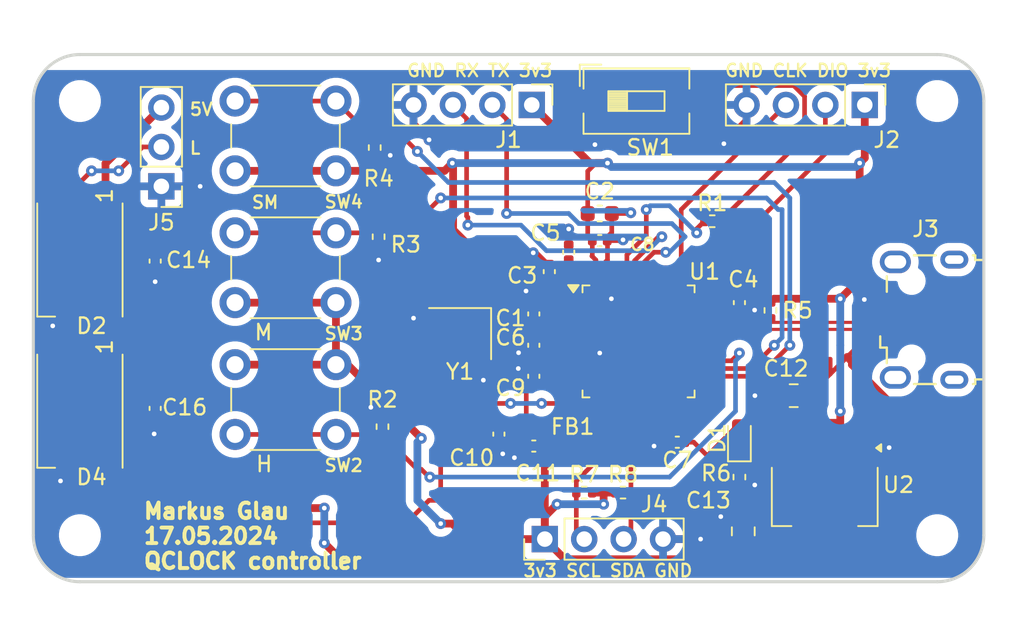
<source format=kicad_pcb>
(kicad_pcb (version 20240108) (generator "pcbnew") (generator_version "8.0")
  (layers (0 "F.Cu" signal) (31 "B.Cu" power) (34 "B.Paste" user) (35 "F.Paste" user) (36 "B.SilkS" user "B.Silkscreen") (37 "F.SilkS" user "F.Silkscreen") (38 "B.Mask" user) (39 "F.Mask" user) (44 "Edge.Cuts" user))
  (net 0 "")
  (net 1 "/HSE_IN")
  (net 2 "GND")
  (net 3 "+3V3")
  (net 4 "/NRST")
  (net 5 "/HSE_OUT")
  (net 6 "+3.3VA")
  (net 7 "VBUS")
  (net 8 "Net-(D1-K)")
  (net 9 "Net-(D2-DOUT)")
  (net 10 "Net-(D2-DIN)")
  (net 11 "/LED")
  (net 12 "/UART_TX")
  (net 13 "/UART_RX")
  (net 14 "/SWCLK")
  (net 15 "/SWDIO")
  (net 20 "/USB_D+")
  (net 22 "/USB_D-")
  (net 23 "/I2C2_SCL")
  (net 24 "/I2C2_SDA")
  (net 25 "Net-(SW1-B)")
  (net 26 "/BOOT0")
  (net 27 "/BTN_H")
  (net 28 "/BTN_M")
  (net 29 "/BTN_SM")
  (footprint "MountingHole:MountingHole_2.2mm_M2" (layer "F.Cu") (at 170.75 72)
    (property "Reference" "H2" (hide yes))
    (property "Value" "MountingHole")
  )
  (footprint "Package_TO_SOT_SMD:SOT-223-3_TabPin2" (layer "F.Cu") (at 163.5 97.5 -90)
    (property "Reference" "U2")
    (property "Value" "AMS1117-3.3")
  )
  (footprint "Resistor_SMD:R_0402_1005Metric" (layer "F.Cu") (at 156.25 79.75)
    (property "Reference" "R1")
    (property "Value" "10k")
  )
  (footprint "Capacitor_SMD:C_0402_1005Metric" (layer "F.Cu") (at 145.75 83 90)
    (property "Reference" "C3")
    (property "Value" "100n")
  )
  (footprint "Resistor_SMD:R_0402_1005Metric" (layer "F.Cu") (at 160 85.5 90)
    (property "Reference" "R5")
    (property "Value" "1k5")
  )
  (footprint "Capacitor_SMD:C_0402_1005Metric" (layer "F.Cu") (at 144.75 87.75 -90)
    (property "Reference" "C6")
    (property "Value" "10p")
  )
  (footprint "Capacitor_SMD:C_0402_1005Metric" (layer "F.Cu") (at 144.75 85.73 90)
    (property "Reference" "C1")
    (property "Value" "10p")
  )
  (footprint "Resistor_SMD:R_0402_1005Metric" (layer "F.Cu") (at 135 93 90)
    (property "Reference" "R2")
    (property "Value" "10k")
  )
  (footprint "Capacitor_SMD:C_0402_1005Metric" (layer "F.Cu") (at 120.35 82.32 -90)
    (property "Reference" "C14")
    (property "Value" "220n")
  )
  (footprint "Connector_USB:USB_Micro-B_Wuerth_629105150521" (layer "F.Cu") (at 169.9 86.1 90)
    (property "Reference" "J3")
    (property "Value" "USB_B_Micro")
  )
  (footprint "Connector_PinHeader_2.54mm:PinHeader_1x04_P2.54mm_Vertical" (layer "F.Cu") (at 144.62 72.25 -90)
    (property "Reference" "J1")
    (property "Value" "Conn_01x04_Male")
  )
  (footprint "Package_QFP:LQFP-48_7x7mm_P0.5mm" (layer "F.Cu") (at 151.5 87.5)
    (property "Reference" "U1")
    (property "Value" "STM32F103C8Tx")
  )
  (footprint "Capacitor_SMD:C_0402_1005Metric" (layer "F.Cu") (at 154 94 180)
    (property "Reference" "C7")
    (property "Value" "100n")
  )
  (footprint "Resistor_SMD:R_0402_1005Metric" (layer "F.Cu") (at 148 97.25)
    (property "Reference" "R7")
    (property "Value" "1k5")
  )
  (footprint "Button_Switch_SMD:SW_DIP_SPSTx01_Slide_6.7x4.1mm_W6.73mm_P2.54mm_LowProfile_JPin" (layer "F.Cu") (at 151.365 72)
    (property "Reference" "SW1")
    (property "Value" "SW_SPDT")
  )
  (footprint "MountingHole:MountingHole_2.2mm_M2" (layer "F.Cu") (at 115.5 100)
    (property "Reference" "H4" (hide yes))
    (property "Value" "MountingHole")
  )
  (footprint "Capacitor_SMD:C_0402_1005Metric" (layer "F.Cu") (at 144.75 89.75 90)
    (property "Reference" "C9")
    (property "Value" "10n")
  )
  (footprint "Resistor_SMD:R_0402_1005Metric" (layer "F.Cu") (at 134.5 75 -90)
    (property "Reference" "R4")
    (property "Value" "10k")
  )
  (footprint "Connector_PinHeader_2.54mm:PinHeader_1x03_P2.54mm_Vertical" (layer "F.Cu") (at 120.75 77.5 180)
    (property "Reference" "J5")
    (property "Value" "Conn_01x03_Male")
  )
  (footprint "LED_SMD:LED_0603_1608Metric" (layer "F.Cu") (at 158 93.75 90)
    (property "Reference" "D1")
    (property "Value" "LED")
  )
  (footprint "Button_Switch_THT:SW_PUSH_6mm_H4.3mm" (layer "F.Cu") (at 125.5 72)
    (property "Reference" "SW4")
    (property "Value" "SW_Push")
  )
  (footprint "MountingHole:MountingHole_2.2mm_M2" (layer "F.Cu") (at 115.5 72)
    (property "Reference" "H3" (hide yes))
    (property "Value" "MountingHole")
  )
  (footprint "MountingHole:MountingHole_2.2mm_M2" (layer "F.Cu") (at 170.75 100)
    (property "Reference" "H1" (hide yes))
    (property "Value" "MountingHole")
  )
  (footprint "Crystal:Crystal_SMD_3225-4Pin_3.2x2.5mm" (layer "F.Cu") (at 140 87 180)
    (property "Reference" "Y1")
    (property "Value" "Crystal_GND24")
  )
  (footprint "Capacitor_SMD:C_0402_1005Metric" (layer "F.Cu") (at 142.5 93.48 -90)
    (property "Reference" "C10")
    (property "Value" "1u")
  )
  (footprint "Button_Switch_THT:SW_PUSH_6mm_H4.3mm" (layer "F.Cu") (at 132 93.5 180)
    (property "Reference" "SW2")
    (property "Value" "SW_Push")
  )
  (footprint "Capacitor_SMD:C_0402_1005Metric" (layer "F.Cu") (at 144.75 94.25 180)
    (property "Reference" "C11")
    (property "Value" "1u")
  )
  (footprint "Button_Switch_THT:SW_PUSH_6mm_H4.3mm" (layer "F.Cu") (at 125.5 80.5)
    (property "Reference" "SW3")
    (property "Value" "SW_Push")
  )
  (footprint "Capacitor_SMD:C_0402_1005Metric" (layer "F.Cu") (at 120.35 91.82 -90)
    (property "Reference" "C16")
    (property "Value" "220n")
  )
  (footprint "Inductor_SMD:L_0402_1005Metric" (layer "F.Cu") (at 144.75 93 180)
    (property "Reference" "FB1")
    (property "Value" "120R")
  )
  (footprint "Capacitor_SMD:C_0402_1005Metric" (layer "F.Cu") (at 158 85 -90)
    (property "Reference" "C4")
    (property "Value" "100n")
  )
  (footprint "Capacitor_SMD:C_0603_1608Metric" (layer "F.Cu") (at 149 79.25)
    (property "Reference" "C2")
    (property "Value" "10u")
  )
  (footprint "Connector_PinHeader_2.54mm:PinHeader_1x04_P2.54mm_Vertical" (layer "F.Cu") (at 145.46 100.25 90)
    (property "Reference" "J4")
    (property "Value" "Conn_01x04_Male")
  )
  (footprint "Resistor_SMD:R_0402_1005Metric" (layer "F.Cu") (at 134.75 80.75 -90)
    (property "Reference" "R3")
    (property "Value" "10k")
  )
  (footprint "Capacitor_SMD:C_0805_2012Metric" (layer "F.Cu") (at 161.5 91 180)
    (property "Reference" "C12")
    (property "Value" "22u")
  )
  (footprint "Connector_PinHeader_2.54mm:PinHeader_1x04_P2.54mm_Vertical" (layer "F.Cu") (at 166.08 72.25 -90)
    (property "Reference" "J2")
    (property "Value" "Conn_01x04_Male")
  )
  (footprint "LED_SMD:LED_WS2812B_PLCC4_5.0x5.0mm_P3.2mm" (layer "F.Cu") (at 115.5 82.25 -90)
    (property "Reference" "D2")
    (property "Value" "WS2812B")
  )
  (footprint "Resistor_SMD:R_0402_1005Metric" (layer "F.Cu") (at 158 96.25 90)
    (property "Reference" "R6")
    (property "Value" "1k5")
  )
  (footprint "Capacitor_SMD:C_0805_2012Metric" (layer "F.Cu") (at 158.25 99.75 90)
    (property "Reference" "C13")
    (property "Value" "22u")
  )
  (footprint "Capacitor_SMD:C_0402_1005Metric" (layer "F.Cu") (at 149 81)
    (property "Reference" "C8")
    (property "Value" "100n")
  )
  (footprint "Capacitor_SMD:C_0402_1005Metric" (layer "F.Cu") (at 147 81.75 90)
    (property "Reference" "C5")
    (property "Value" "100n")
  )
  (footprint "LED_SMD:LED_WS2812B_PLCC4_5.0x5.0mm_P3.2mm" (layer "F.Cu") (at 115.5 92 -90)
    (property "Reference" "D4")
    (property "Value" "WS2812B")
  )
  (footprint "Resistor_SMD:R_0402_1005Metric" (layer "F.Cu") (at 150.5 97.25)
    (property "Reference" "R8")
    (property "Value" "1k5")
  )
  (gr_line (start 115.5 69) (end 170.75 69) (stroke (width 0.2)) (layer "Edge.Cuts"))
  (gr_arc (start 173.75 100) (mid 172.87132 102.12132) (end 170.75 103) (stroke (width 0.2)) (layer "Edge.Cuts"))
  (gr_line (start 173.75 72) (end 173.75 100) (stroke (width 0.2)) (layer "Edge.Cuts"))
  (gr_line (start 112.5 100) (end 112.5 72) (stroke (width 0.2)) (layer "Edge.Cuts"))
  (gr_arc (start 112.5 72) (mid 113.37868 69.87868) (end 115.5 69) (stroke (width 0.2)) (layer "Edge.Cuts"))
  (gr_arc (start 170.75 69) (mid 172.87132 69.87868) (end 173.75 72) (stroke (width 0.2)) (layer "Edge.Cuts"))
  (gr_line (start 170.75 103) (end 115.5 103) (stroke (width 0.2)) (layer "Edge.Cuts"))
  (gr_arc (start 115.5 103) (mid 113.37868 102.12132) (end 112.5 100) (stroke (width 0.2)) (layer "Edge.Cuts"))
  (gr_text "M" (at 128 87.5 0) (layer "F.SilkS") (effects (font (size 1 1)) (justify left bottom mirror)))
  (gr_text "GND CLK DIO 3v3" (at 157 70.5 0) (layer "F.SilkS") (effects (font (size 0.8 0.8) (thickness 0.15) (bold yes)) (justify left bottom)))
  (gr_text "SM" (at 126.5 79 0) (layer "F.SilkS") (effects (font (size 0.8 0.8) (thickness 0.15) (bold yes)) (justify left bottom)))
  (gr_text "GND RX TX 3v3" (at 136.5 70.5 0) (layer "F.SilkS") (effects (font (size 0.8 0.8) (thickness 0.15) (bold yes)) (justify left bottom)))
  (gr_text "Markus Glau\n17.05.2024\nQCLOCK controller" (at 119.5 102.25 0) (layer "F.SilkS") (effects (font (size 1 1) (thickness 0.25) (bold yes)) (justify left bottom)))
  (gr_text "H" (at 128 96 0) (layer "F.SilkS") (effects (font (size 1 1)) (justify left bottom mirror)))
  (gr_text "3v3 SCL SDA GND" (at 144 102.75 0) (layer "F.SilkS") (effects (font (size 0.8 0.8) (thickness 0.15) (bold yes)) (justify left bottom)))
  (gr_text "5V" (at 122.5 73 0) (layer "F.SilkS") (effects (font (size 0.8 0.8) (thickness 0.15) (bold yes)) (justify left bottom)))
  (gr_text "L" (at 122.5 75.5 0) (layer "F.SilkS") (effects (font (size 0.8 0.8) (thickness 0.15) (bold yes)) (justify left bottom)))
  (segment (start 145.29 86.75) (end 144.75 86.21) (width 0.3) (layer "F.Cu") (net 1))
  (segment (start 147.3375 86.75) (end 145.29 86.75) (width 0.3) (layer "F.Cu") (net 1))
  (segment (start 144.21 86.21) (end 144.15 86.15) (width 0.3) (layer "F.Cu") (net 1))
  (segment (start 144.15 86.15) (end 141.1 86.15) (width 0.3) (layer "F.Cu") (net 1))
  (segment (start 144.75 86.21) (end 144.21 86.21) (width 0.3) (layer "F.Cu") (net 1))
  (segment (start 144.75 84.75) (end 144.25 84.25) (width 0.5) (layer "F.Cu") (net 2))
  (segment (start 120.35 92.3) (end 120.35 93.4) (width 0.5) (layer "F.Cu") (net 2))
  (segment (start 134.99 92.49) (end 134.25 91.75) (width 0.3) (layer "F.Cu") (net 2))
  (segment (start 148 74.118628) (end 148.690686 74.809314) (width 0.5) (layer "F.Cu") (net 2))
  (segment (start 158.46 73.29) (end 157 74.75) (width 0.5) (layer "F.Cu") (net 2))
  (segment (start 165.8 94.35) (end 167.65 94.35) (width 0.5) (layer "F.Cu") (net 2))
  (segment (start 157 85.5) (end 157.02 85.48) (width 0.3) (layer "F.Cu") (net 2))
  (segment (start 144.25 94.25) (end 143.5 95) (width 0.5) (layer "F.Cu") (net 2))
  (segment (start 145.52 82.52) (end 144.75 81.75) (width 0.5) (layer "F.Cu") (net 2))
  (segment (start 149.775 79.25) (end 151 79.25) (width 0.3) (layer "F.Cu") (net 2))
  (segment (start 137.15 86.15) (end 137 86) (width 0.5) (layer "F.Cu") (net 2))
  (segment (start 141.1 87.85) (end 141.1 89.6) (width 0.5) (layer "F.Cu") (net 2))
  (segment (start 144.75 88.23) (end 143.77 88.23) (width 0.3) (layer "F.Cu") (net 2))
  (segment (start 138.9 86.15) (end 137.15 86.15) (width 0.5) (layer "F.Cu") (net 2))
  (segment (start 143.75 88.25) (end 143.77 88.23) (width 0.3) (layer "F.Cu") (net 2))
  (segment (start 113.85 86.4) (end 113.75 86.5) (width 0.5) (layer "F.Cu") (net 2))
  (segment (start 149.25 83.3375) (end 149.25 84.25) (width 0.3) (layer "F.Cu") (net 2))
  (segment (start 120.35 93.4) (end 120.285355 93.464645) (width 0.5) (layer "F.Cu") (net 2))
  (segment (start 149.5 81.02) (end 149.48 81) (width 0.3) (layer "F.Cu") (net 2))
  (segment (start 120.75 77.5) (end 123.25 77.5) (width 0.5) (layer "F.Cu") (net 2))
  (segment (start 153.52 94) (end 152.75 94) (width 0.3) (layer "F.Cu") (net 2))
  (segment (start 145.75 82.52) (end 145.52 82.52) (width 0.5) (layer "F.Cu") (net 2))
  (segment (start 147.3375 88.25) (end 144.77 88.25) (width 0.3) (layer "F.Cu") (net 2))
  (segment (start 147 81.27) (end 147 80.25) (width 0.3) (layer "F.Cu") (net 2))
  (segment (start 145.77 88.25) (end 144.75 89.27) (width 0.3) (layer "F.Cu") (net 2))
  (segment (start 149.48 81) (end 150.5 81) (width 0.3) (layer "F.Cu") (net 2))
  (segment (start 149.25 82.49688) (end 149.5 82.24688) (width 0.3) (layer "F.Cu") (net 2))
  (segment (start 158.25 98.8) (end 156.8 98.8) (width 0.5) (layer "F.Cu") (net 2))
  (segment (start 147.3375 88.25) (end 149 88.25) (width 0.3) (layer "F.Cu") (net 2))
  (segment (start 156.75 98.75) (end 156.8 98.8) (width 0.5) (layer "F.Cu") (net 2))
  (segment (start 142.5 94.5) (end 142.75 94.75) (width 0.5) (layer "F.Cu") (net 2))
  (segment (start 113.85 84.7) (end 113.85 86.4) (width 0.5) (layer "F.Cu") (net 2))
  (segment (start 144.75 85.25) (end 144.75 84.75) (width 0.5) (layer "F.Cu") (net 2))
  (segment (start 114 96.25) (end 114.25 96.5) (width 0.5) (layer "F.Cu") (net 2))
  (segment (start 158 85.48) (end 158.98 85.48) (width 0.3) (layer "F.Cu") (net 2))
  (segment (start 141.1 89.6) (end 141.5 90) (width 0.5) (layer "F.Cu") (net 2))
  (segment (start 137 73.5) (end 138 74.5) (width 0.5) (layer "F.Cu") (net 2))
  (segment (start 144.27 94.25) (end 144.25 94.25) (width 0.5) (layer "F.Cu") (net 2))
  (segment (start 135.49 75.51) (end 135.5 75.5) (width 0.5) (layer "F.Cu") (net 2))
  (segment (start 134.75 81.26) (end 134.75 82.25) (width 0.5) (layer "F.Cu") (net 2))
  (segment (start 153.75 93.77) (end 153.52 94) (width 0.3) (layer "F.Cu") (net 2))
  (segment (start 120.35 82.8) (end 120.35 83.65) (width 0.5) (layer "F.Cu") (net 2))
  (segment (start 158 96.76) (end 158.99 96.76) (width 0.5) (layer "F.Cu") (net 2))
  (segment (start 166 84.75) (end 166.05 84.8) (width 0.3) (layer "F.Cu") (net 2))
  (segment (start 138.9 86.1) (end 139 86) (width 0.5) (layer "F.Cu") (net 2))
  (segment (start 144.75 81.75) (end 144.714644 81.785356) (width 0.5) (layer "F.Cu") (net 2))
  (segment (start 149.5 82.24688) (end 149.5 81.02) (width 0.3) (layer "F.Cu") (net 2))
  (segment (start 149.48 81) (end 149.48 80.77) (width 0.3) (layer "F.Cu") (net 2))
  (segment (start 153.08 100.25) (end 155.5 100.25) (width 0.5) (layer "F.Cu") (net 2))
  (segment (start 148 72) (end 148 74.118628) (width 0.5) (layer "F.Cu") (net 2))
  (segment (start 160.55 91) (end 160.5 91) (width 0.5) (layer "F.Cu") (net 2))
  (segment (start 158.99 96.76) (end 159 96.75) (width 0.5) (layer "F.Cu") (net 2))
  (segment (start 149.775 80.475) (end 149.775 79.25) (width 0.3) (layer "F.Cu") (net 2))
  (segment (start 144.75 89.27) (end 143.77 89.27) (width 0.3) (layer "F.Cu") (net 2))
  (segment (start 149.25 84.25) (end 149.75 84.75) (width 0.3) (layer "F.Cu") (net 2))
  (segment (start 137 72.25) (end 137 73.5) (width 0.5) (layer "F.Cu") (net 2))
  (segment (start 142.5 93.96) (end 142.5 94.5) (width 0.5) (layer "F.Cu") (net 2))
  (segment (start 168 84.8) (end 166.05 84.8) (width 0.3) (layer "F.Cu") (net 2))
  (segment (start 150.5 81) (end 150.5 80.95) (width 0.3) (layer "F.Cu") (net 2))
  (segment (start 149.25 83.3375) (end 149.25 82.49688) (width 0.3) (layer "F.Cu") (net 2))
  (segment (start 151 79.25) (end 151 79.2) (width 0.3) (layer "F.Cu") (net 2))
  (segment (start 147.3375 88.25) (end 145.77 88.25) (width 0.3) (layer "F.Cu") (net 2))
  (segment (start 153.75 91.6625) (end 153.75 93.77) (width 0.3) (layer "F.Cu") (net 2))
  (segment (start 143.77 89.27) (end 143.75 89.25) (width 0.3) (layer "F.Cu") (net 2))
  (segment (start 152.75 94) (end 152.5 94.25) (width 0.3) (layer "F.Cu") (net 2))
  (segment (start 149.48 80.77) (end 149.775 80.475) (width 0.3) (layer "F.Cu") (net 2))
  (segment (start 113.85 94.45) (end 113.85 96.1) (width 0.5) (layer "F.Cu") (net 2))
  (segment (start 135 92.49) (end 134.99 92.49) (width 0.3) (layer "F.Cu") (net 2))
  (segment (start 157.02 85.48) (end 158 85.48) (width 0.3) (layer "F.Cu") (net 2))
  (segment (start 113.85 96.1) (end 114 96.25) (width 0.5) (layer "F.Cu") (net 2))
  (segment (start 159 85.5) (end 158.98 85.48) (width 0.3) (layer "F.Cu") (net 2))
  (segment (start 155.6625 85.25) (end 156.75 85.25) (width 0.3) (layer "F.Cu") (net 2))
  (segment (start 160.5 91) (end 159 91) (width 0.5) (layer "F.Cu") (net 2))
  (segment (start 134.5 75.51) (end 135.49 75.51) (width 0.5) (layer "F.Cu") (net 2))
  (segment (start 156.75 85.25) (end 157 85.5) (width 0.3) (layer "F.Cu") (net 2))
  (segment (start 144.77 88.25) (end 144.75 88.23) (width 0.3) (layer "F.Cu") (net 2))
  (segment (start 158.46 72.25) (end 158.46 73.29) (width 0.5) (layer "F.Cu") (net 2))
  (via (at 158.99 96.76) (size 0.7) (drill 0.3) (layers "F.Cu" "B.Cu") (net 2))
  (via (at 143.77 88.23) (size 0.7) (drill 0.3) (layers "F.Cu" "B.Cu") (net 2))
  (via (at 137 86) (size 0.7) (drill 0.3) (layers "F.Cu" "B.Cu") (net 2))
  (via (at 156.8 98.8) (size 0.7) (drill 0.3) (layers "F.Cu" "B.Cu") (net 2))
  (via (at 159 91) (size 0.7) (drill 0.3) (layers "F.Cu" "B.Cu") (net 2))
  (via (at 120.285355 93.464645) (size 0.7) (drill 0.3) (layers "F.Cu" "B.Cu") (net 2))
  (via (at 123.25 77.5) (size 0.7) (drill 0.3) (layers "F.Cu" "B.Cu") (net 2))
  (via (at 142.75 94.75) (size 0.7) (drill 0.3) (layers "F.Cu" "B.Cu") (net 2))
  (via (at 166.05 84.8) (size 0.7) (drill 0.3) (layers "F.Cu" "B.Cu") (net 2))
  (via (at 134.75 82.25) (size 0.7) (drill 0.3) (layers "F.Cu" "B.Cu") (net 2))
  (via (at 152.5 94.25) (size 0.7) (drill 0.3) (layers "F.Cu" "B.Cu") (net 2))
  (via (at 143.75 89.25) (size 0.7) (drill 0.3) (layers "F.Cu" "B.Cu") (net 2))
  (via (at 143.5 95) (size 0.7) (drill 0.3) (layers "F.Cu" "B.Cu") (net 2))
  (via (at 141.5 90) (size 0.7) (drill 0.3) (layers "F.Cu" "B.Cu") (net 2))
  (via (at 134.25 91.75) (size 0.7) (drill 0.3) (layers "F.Cu" "B.Cu") (net 2))
  (via (at 150.5 80.95) (size 0.7) (drill 0.3) (layers "F.Cu" "B.Cu") (net 2))
  (via (at 167.65 94.35) (size 0.7) (drill 0.3) (layers "F.Cu" "B.Cu") (net 2))
  (via (at 144.25 84.25) (size 0.7) (drill 0.3) (layers "F.Cu" "B.Cu") (net 2))
  (via (at 113.75 86.5) (size 0.7) (drill 0.3) (layers "F.Cu" "B.Cu") (net 2))
  (via (at 144.714644 81.785356) (size 0.7) (drill 0.3) (layers "F.Cu" "B.Cu") (net 2))
  (via (at 147 80.25) (size 0.7) (drill 0.3) (layers "F.Cu" "B.Cu") (net 2))
  (via (at 155.5 100.25) (size 0.7) (drill 0.3) (layers "F.Cu" "B.Cu") (net 2))
  (via (at 138 74.5) (size 0.7) (drill 0.3) (layers "F.Cu" "B.Cu") (net 2))
  (via (at 135.5 75.5) (size 0.7) (drill 0.3) (layers "F.Cu" "B.Cu") (net 2))
  (via (at 157 74.75) (size 0.7) (drill 0.3) (layers "F.Cu" "B.Cu") (net 2))
  (via (at 151 79.2) (size 0.7) (drill 0.3) (layers "F.Cu" "B.Cu") (net 2))
  (via (at 158.98 85.48) (size 0.7) (drill 0.3) (layers "F.Cu" "B.Cu") (net 2))
  (via (at 149.75 84.75) (size 0.7) (drill 0.3) (layers "F.Cu" "B.Cu") (net 2))
  (via (at 148.690686 74.809314) (size 0.7) (drill 0.3) (layers "F.Cu" "B.Cu") (net 2))
  (via (at 120.35 83.65) (size 0.7) (drill 0.3) (layers "F.Cu" "B.Cu") (net 2))
  (via (at 114.25 96.5) (size 0.7) (drill 0.3) (layers "F.Cu" "B.Cu") (net 2))
  (via (at 149 88.25) (size 0.7) (drill 0.3) (layers "F.Cu" "B.Cu") (net 2))
  (segment (start 149.99 97.25) (end 149.25 97.25) (width 0.5) (layer "F.Cu") (net 3))
  (segment (start 158 93.265) (end 157.680001 93.265) (width 0.5) (layer "F.Cu") (net 3))
  (segment (start 140.5 100.25) (end 145.46 100.25) (width 0.5) (layer "F.Cu") (net 3))
  (segment (start 164.5 84.75) (end 160.24 84.75) (width 0.5) (layer "F.Cu") (net 3))
  (segment (start 148.75 82.25) (end 148.5 82) (width 0.3) (layer "F.Cu") (net 3))
  (segment (start 144.62 72.25) (end 148.37 76) (width 0.5) (layer "F.Cu") (net 3))
  (segment (start 146.76 101.55) (end 145.46 100.25) (width 0.5) (layer "F.Cu") (net 3))
  (segment (start 125.5 89) (end 132 89) (width 0.5) (layer "F.Cu") (net 3))
  (segment (start 139 76.5) (end 139.5 76) (width 0.5) (layer "F.Cu") (net 3))
  (segment (start 157.4 101.55) (end 146.76 101.55) (width 0.5) (layer "F.Cu") (net 3))
  (segment (start 145.46 100.25) (end 145.46 98.79) (width 0.5) (layer "F.Cu") (net 3))
  (segment (start 156.75 84.75) (end 157 84.5) (width 0.3) (layer "F.Cu") (net 3))
  (segment (start 154.25 91.6625) (end 154.25 93) (width 0.3) (layer "F.Cu") (net 3))
  (segment (start 154.25 93) (end 154.5 93.25) (width 0.3) (layer "F.Cu") (net 3))
  (segment (start 165.75 83.5) (end 164.5 84.75) (width 0.5) (layer "F.Cu") (net 3))
  (segment (start 157.45 100.7) (end 158.25 100.7) (width 0.5) (layer "F.Cu") (net 3))
  (segment (start 156 99.25) (end 157.45 100.7) (width 0.5) (layer "F.Cu") (net 3))
  (segment (start 148.52 81.98) (end 148.52 81) (width 0.3) (layer "F.Cu") (net 3))
  (segment (start 154.5 93.25) (end 154.48 93.27) (width 0.3) (layer "F.Cu") (net 3))
  (segment (start 166.08 72.25) (end 166.08 75.67) (width 0.5) (layer "F.Cu") (net 3))
  (segment (start 132 85) (end 132 89) (width 0.5) (layer "F.Cu") (net 3))
  (segment (start 132 89) (end 132.75 89) (width 0.5) (layer "F.Cu") (net 3))
  (segment (start 138.75 99.25) (end 139.5 99.25) (width 0.5) (layer "F.Cu") (net 3))
  (segment (start 164.5 93.35) (end 163.5 94.35) (width 0.5) (layer "F.Cu") (net 3))
  (segment (start 149.25 97.25) (end 148.51 97.25) (width 0.5) (layer "F.Cu") (net 3))
  (segment (start 125.5 85) (end 132 85) (width 0.5) (layer "F.Cu") (net 3))
  (segment (start 148.225 76.525) (end 148.75 76) (width 0.3) (layer "F.Cu") (net 3))
  (segment (start 132 76.5) (end 125.5 76.5) (width 0.5) (layer "F.Cu") (net 3))
  (segment (start 148.37 76) (end 149.5 76) (width 0.5) (layer "F.Cu") (net 3))
  (segment (start 145.46 100.25) (end 145.46 94.48) (width 0.5) (layer "F.Cu") (net 3))
  (segment (start 149.25 98) (end 149.25 97.25) (width 0.5) (layer "F.Cu") (net 3))
  (segment (start 139.5 99.25) (end 140.5 100.25) (width 0.5) (layer "F.Cu") (net 3))
  (segment (start 154.48 93.27) (end 154.48 94) (width 0.3) (layer "F.Cu") (net 3))
  (segment (start 148.225 79.25) (end 148.225 76.525) (width 0.3) (layer "F.Cu") (net 3))
  (segment (start 165.75 76) (end 165.75 83.5) (width 0.5) (layer "F.Cu") (net 3))
  (segment (start 155.054999 94) (end 156 94.945001) (width 0.3) (layer "F.Cu") (net 3))
  (segment (start 132.75 89) (end 137.5 93.75) (width 0.5) (layer "F.Cu") (net 3))
  (segment (start 145.72 83.45) (end 145.75 83.48) (width 0.5) (layer "F.Cu") (net 3))
  (segment (start 147.3375 84.75) (end 147.02 84.75) (width 0.3) (layer "F.Cu") (net 3))
  (segment (start 165.75 72.58) (end 166.08 72.25) (width 0.5) (layer "F.Cu") (net 3))
  (segment (start 145.235 93) (end 145.235 94.245) (width 0.3) (layer "F.Cu") (net 3))
  (segment (start 132 76.5) (end 139 76.5) (width 0.5) (layer "F.Cu") (net 3))
  (segment (start 166.08 75.67) (end 165.75 76) (width 0.5) (layer "F.Cu") (net 3))
  (segment (start 139.5 76) (end 139.55 76.05) (width 0.5) (layer "F.Cu") (net 3))
  (segment (start 145.46 98.79) (end 146.25 98) (width 0.5) (layer "F.Cu") (net 3))
  (segment (start 160.24 84.75) (end 160 84.99) (width 0.5) (layer "F.Cu") (net 3))
  (segment (start 159.53 84.52) (end 160 84.99) (width 0.3) (layer "F.Cu") (net 3))
  (segment (start 164.5 92) (end 164.5 93.35) (width 0.5) (layer "F.Cu") (net 3))
  (segment (start 158.25 100.7) (end 157.4 101.55) (width 0.5) (layer "F.Cu") (net 3))
  (segment (start 139.55 76.05) (end 139.55 80.3) (width 0.5) (layer "F.Cu") (net 3))
  (segment (start 145.235 94.245) (end 145.23 94.25) (width 0.3) (layer "F.Cu") (net 3))
  (segment (start 148.225 80.705) (end 148.52 81) (width 0.3) (layer "F.Cu") (net 3))
  (segment (start 157 84.5) (end 157.02 84.52) (width 0.3) (layer "F.Cu") (net 3))
  (segment (start 157.680001 93.265) (end 156 94.945001) (width 0.5) (layer "F.Cu") (net 3))
  (segment (start 147.02 84.75) (end 145.75 83.48) (width 0.3) (layer "F.Cu") (net 3))
  (segment (start 139.55 80.3) (end 142.7 83.45) (width 0.5) (layer "F.Cu") (net 3))
  (segment (start 145.46 94.48) (end 145.23 94.25) (width 0.5) (layer "F.Cu") (net 3))
  (segment (start 155.6625 84.75) (end 156.75 84.75) (width 0.3) (layer "F.Cu") (net 3))
  (segment (start 154.48 94) (end 155.054999 94) (width 0.3) (layer "F.Cu") (net 3))
  (segment (start 158 84.52) (end 159.53 84.52) (width 0.3) (layer "F.Cu") (net 3))
  (segment (start 148.75 83.3375) (end 148.75 82.25) (width 0.3) (layer "F.Cu") (net 3))
  (segment (start 148.75 76) (end 149.5 76) (width 0.5) (layer "F.Cu") (net 3))
  (segment (start 142.7 83.45) (end 145.72 83.45) (width 0.5) (layer "F.Cu") (net 3))
  (segment (start 156 94.945001) (end 156 99.25) (width 0.5) (layer "F.Cu") (net 3))
  (segment (start 148.5 82) (end 148.52 81.98) (width 0.3) (layer "F.Cu") (net 3))
  (segment (start 157.02 84.52) (end 158 84.52) (width 0.3) (layer "F.Cu") (net 3))
  (segment (start 148.225 79.25) (end 148.225 80.705) (width 0.3) (layer "F.Cu") (net 3))
  (via (at 146.25 98) (size 0.7) (drill 0.3) (layers "F.Cu" "B.Cu") (net 3))
  (via (at 164.5 92) (size 0.7) (drill 0.3) (layers "F.Cu" "B.Cu") (net 3))
  (via (at 138.75 99.25) (size 0.7) (drill 0.3) (layers "F.Cu" "B.Cu") (net 3))
  (via (at 149.25 98) (size 0.7) (drill 0.3) (layers "F.Cu" "B.Cu") (net 3))
  (via (at 164.5 84.75) (size 0.7) (drill 0.3) (layers "F.Cu" "B.Cu") (net 3))
  (via (at 139.5 76) (size 0.7) (drill 0.3) (layers "F.Cu" "B.Cu") (net 3))
  (via (at 137.5 93.75) (size 0.7) (drill 0.3) (layers "F.Cu" "B.Cu") (net 3))
  (via (at 149.5 76) (size 0.7) (drill 0.3) (layers "F.Cu" "B.Cu") (net 3))
  (via (at 165.75 76) (size 0.7) (drill 0.3) (layers "F.Cu" "B.Cu") (net 3))
  (segment (start 137.25 94) (end 137.25 97.75) (width 0.5) (layer "B.Cu") (net 3))
  (segment (start 146.25 98) (end 149.25 98) (width 0.5) (layer "B.Cu") (net 3))
  (segment (start 139.5 76) (end 149.5 76) (width 0.5) (layer "B.Cu") (net 3))
  (segment (start 149.75 76.25) (end 165.5 76.25) (width 0.5) (layer "B.Cu") (net 3))
  (segment (start 164.5 87.75) (end 164.5 92) (width 0.5) (layer "B.Cu") (net 3))
  (segment (start 137.25 97.75) (end 138.75 99.25) (width 0.5) (layer "B.Cu") (net 3))
  (segment (start 164.5 84.75) (end 164.5 87.75) (width 0.5) (layer "B.Cu") (net 3))
  (segment (start 149.5 76) (end 149.75 76.25) (width 0.5) (layer "B.Cu") (net 3))
  (segment (start 165.5 76.25) (end 165.75 76) (width 0.5) (layer "B.Cu") (net 3))
  (segment (start 137.5 93.75) (end 137.25 94) (width 0.5) (layer "B.Cu") (net 3))
  (segment (start 147 83.07188) (end 148.425 84.49688) (width 0.3) (layer "F.Cu") (net 4))
  (segment (start 147 82.23) (end 147 83.07188) (width 0.3) (layer "F.Cu") (net 4))
  (segment (start 148.425 87.50312) (end 148.17812 87.75) (width 0.3) (layer "F.Cu") (net 4))
  (segment (start 148.425 84.49688) (end 148.425 87.50312) (width 0.3) (layer "F.Cu") (net 4))
  (segment (start 148.17812 87.75) (end 147.3375 87.75) (width 0.3) (layer "F.Cu") (net 4))
  (segment (start 142.2 90.28995) (end 141.78995 90.7) (width 0.3) (layer "F.Cu") (net 5))
  (segment (start 143.48 87.27) (end 142.2 88.55) (width 0.3) (layer "F.Cu") (net 5))
  (segment (start 144.75 87.27) (end 143.48 87.27) (width 0.3) (layer "F.Cu") (net 5))
  (segment (start 144.77 87.25) (end 144.75 87.27) (width 0.3) (layer "F.Cu") (net 5))
  (segment (start 141.78995 90.7) (end 140.85 90.7) (width 0.3) (layer "F.Cu") (net 5))
  (segment (start 138.9 88.75) (end 138.9 87.85) (width 0.3) (layer "F.Cu") (net 5))
  (segment (start 147.3375 87.25) (end 144.77 87.25) (width 0.3) (layer "F.Cu") (net 5))
  (segment (start 140.85 90.7) (end 138.9 88.75) (width 0.3) (layer "F.Cu") (net 5))
  (segment (start 142.2 88.55) (end 142.2 90.28995) (width 0.3) (layer "F.Cu") (net 5))
  (segment (start 144.75 90.23) (end 144.265 90.715) (width 0.3) (layer "F.Cu") (net 6))
  (segment (start 147.3375 88.75) (end 146.49688 88.75) (width 0.3) (layer "F.Cu") (net 6))
  (segment (start 146.49688 88.75) (end 145.01688 90.23) (width 0.3) (layer "F.Cu") (net 6))
  (segment (start 144.265 93) (end 142.5 93) (width 0.3) (layer "F.Cu") (net 6))
  (segment (start 145.01688 90.23) (end 144.75 90.23) (width 0.3) (layer "F.Cu") (net 6))
  (segment (start 144.265 90.715) (end 144.265 93) (width 0.3) (layer "F.Cu") (net 6))
  (segment (start 118.31 79.8) (end 119.005 80.495) (width 0.5) (layer "F.Cu") (net 7))
  (segment (start 123.939339 98.25) (end 131.25 98.25) (width 0.5) (layer "F.Cu") (net 7))
  (segment (start 164.95 88.5) (end 162.45 91) (width 0.3) (layer "F.Cu") (net 7))
  (segment (start 119.25 91.34) (end 119.25 93.560661) (width 0.5) (layer "F.Cu") (net 7))
  (segment (start 165.25 89) (end 165.25 88.8) (width 0.5) (layer "F.Cu") (net 7))
  (segment (start 119.005 80.495) (end 120.35 81.84) (width 0.5) (layer "F.Cu") (net 7))
  (segment (start 167.25 102.25) (end 168.45 101.05) (width 0.5) (layer "F.Cu") (net 7))
  (segment (start 168.45 92.2) (end 165.25 89) (width 0.5) (layer "F.Cu") (net 7))
  (segment (start 117.15 76.02) (end 120.75 72.42) (width 0.5) (layer "F.Cu") (net 7))
  (segment (start 165.25 88.8) (end 164.95 88.5) (width 0.5) (layer "F.Cu") (net 7))
  (segment (start 133 102.25) (end 167.25 102.25) (width 0.5) (layer "F.Cu") (net 7))
  (segment (start 117.15 79.8) (end 117.15 76.02) (width 0.5) (layer "F.Cu") (net 7))
  (segment (start 131.25 100.5) (end 133 102.25) (width 0.5) (layer "F.Cu") (net 7))
  (segment (start 168.45 101.05) (end 168.45 92.2) (width 0.5) (layer "F.Cu") (net 7))
  (segment (start 117.15 79.8) (end 118.31 79.8) (width 0.5) (layer "F.Cu") (net 7))
  (segment (start 166.05 87.4) (end 168 87.4) (width 0.3) (layer "F.Cu") (net 7))
  (segment (start 117.15 89.55) (end 119.005 87.695) (width 0.5) (layer "F.Cu") (net 7))
  (segment (start 164.95 88.5) (end 166.05 87.4) (width 0.3) (layer "F.Cu") (net 7))
  (segment (start 119.25 93.560661) (end 123.939339 98.25) (width 0.5) (layer "F.Cu") (net 7))
  (segment (start 119.25 91.34) (end 118.94 91.34) (width 0.5) (layer "F.Cu") (net 7))
  (segment (start 118.94 91.34) (end 117.15 89.55) (width 0.5) (layer "F.Cu") (net 7))
  (segment (start 119.005 87.695) (end 119.005 80.495) (width 0.5) (layer "F.Cu") (net 7))
  (segment (start 120.35 91.34) (end 119.25 91.34) (width 0.5) (layer "F.Cu") (net 7))
  (via (at 131.25 100.5) (size 0.7) (drill 0.3) (layers "F.Cu" "B.Cu") (net 7))
  (via (at 131.25 98.25) (size 0.7) (drill 0.3) (layers "F.Cu" "B.Cu") (net 7))
  (segment (start 131.25 98.25) (end 131.25 100.5) (width 0.5) (layer "B.Cu") (net 7))
  (segment (start 158 95.74) (end 158 94.235) (width 0.3) (layer "F.Cu") (net 8))
  (segment (start 116.25 76.5) (end 113.85 78.9) (width 0.3) (layer "F.Cu") (net 9))
  (segment (start 113.85 78.9) (end 113.85 79.8) (width 0.3) (layer "F.Cu") (net 9))
  (segment (start 120.75 74.96) (end 119.54 74.96) (width 0.3) (layer "F.Cu") (net 9))
  (segment (start 119.54 74.96) (end 118 76.5) (width 0.3) (layer "F.Cu") (net 9))
  (via (at 116.25 76.5) (size 0.7) (drill 0.3) (layers "F.Cu" "B.Cu") (net 9))
  (via (at 118 76.5) (size 0.7) (drill 0.3) (layers "F.Cu" "B.Cu") (net 9))
  (segment (start 118 76.5) (end 116.25 76.5) (width 0.3) (layer "B.Cu") (net 9))
  (segment (start 117.15 86.25) (end 113.85 89.55) (width 0.3) (layer "F.Cu") (net 10))
  (segment (start 117.15 84.7) (end 117.15 86.25) (width 0.3) (layer "F.Cu") (net 10))
  (segment (start 138.75 91.5) (end 138.75 97.75) (width 0.3) (layer "F.Cu") (net 11))
  (segment (start 151.50312 90.575) (end 148.35312 90.575) (width 0.3) (layer "F.Cu") (net 11))
  (segment (start 121.9 99.2) (end 136.55 99.2) (width 0.3) (layer "F.Cu") (net 11))
  (segment (start 151.75 91.6625) (end 151.75 90.82188) (width 0.3) (layer "F.Cu") (net 11))
  (segment (start 138 97.75) (end 136.55 99.2) (width 0.3) (layer "F.Cu") (net 11))
  (segment (start 147.42812 91.5) (end 145.25 91.5) (width 0.3) (layer "F.Cu") (net 11))
  (segment (start 117.15 94.45) (end 121.9 99.2) (width 0.3) (layer "F.Cu") (net 11))
  (segment (start 151.75 90.82188) (end 151.50312 90.575) (width 0.3) (layer "F.Cu") (net 11))
  (segment (start 138.75 97.75) (end 138 97.75) (width 0.3) (layer "F.Cu") (net 11))
  (segment (start 148.35312 90.575) (end 147.42812 91.5) (width 0.3) (layer "F.Cu") (net 11))
  (segment (start 143.25 91.5) (end 138.75 91.5) (width 0.3) (layer "F.Cu") (net 11))
  (via (at 143.25 91.5) (size 0.7) (drill 0.3) (layers "F.Cu" "B.Cu") (net 11))
  (via (at 145.25 91.5) (size 0.7) (drill 0.3) (layers "F.Cu" "B.Cu") (net 11))
  (segment (start 145.25 91.5) (end 143.25 91.5) (width 0.3) (layer "B.Cu") (net 11))
  (segment (start 151.75 82.49688) (end 152.49688 81.75) (width 0.3) (layer "F.Cu") (net 12))
  (segment (start 152.49688 81.75) (end 153.25 81.75) (width 0.3) (layer "F.Cu") (net 12))
  (segment (start 143 79.25) (end 143 73.17) (width 0.3) (layer "F.Cu") (net 12))
  (segment (start 151.75 83.3375) (end 151.75 82.49688) (width 0.3) (layer "F.Cu") (net 12))
  (segment (start 143 73.17) (end 142.08 72.25) (width 0.3) (layer "F.Cu") (net 12))
  (via (at 153.25 81.75) (size 0.7) (drill 0.3) (layers "F.Cu" "B.Cu") (net 12))
  (via (at 143 79.25) (size 0.7) (drill 0.3) (layers "F.Cu" "B.Cu") (net 12))
  (segment (start 153.25 81.75) (end 153.5 81.75) (width 0.3) (layer "B.Cu") (net 12))
  (segment (start 153.5 81.75) (end 154.5 80.75) (width 0.3) (layer "B.Cu") (net 12))
  (segment (start 154.5 80.75) (end 153.65 79.9) (width 0.3) (layer "B.Cu") (net 12))
  (segment (start 153.65 79.9) (end 147.65 79.9) (width 0.3) (layer "B.Cu") (net 12))
  (segment (start 147.65 79.9) (end 147 79.25) (width 0.3) (layer "B.Cu") (net 12))
  (segment (start 147 79.25) (end 143 79.25) (width 0.3) (layer "B.Cu") (net 12))
  (segment (start 151.25 83.3375) (end 151.25 83) (width 0.3) (layer "F.Cu") (net 13))
  (segment (start 151.25 82.289774) (end 151.769887 81.769887) (width 0.3) (layer "F.Cu") (net 13))
  (segment (start 140.42 79.42) (end 140.42 73.13) (width 0.3) (layer "F.Cu") (net 13))
  (segment (start 140.42 73.13) (end 139.54 72.25) (width 0.3) (layer "F.Cu") (net 13))
  (segment (start 151.25 83.3375) (end 151.25 82.289774) (width 0.3) (layer "F.Cu") (net 13))
  (segment (start 140.5 79.5) (end 140.42 79.42) (width 0.3) (layer "F.Cu") (net 13))
  (segment (start 151.769887 81.769887) (end 152.789774 80.75) (width 0.3) (layer "F.Cu") (net 13))
  (segment (start 152.789774 80.75) (end 153 80.75) (width 0.3) (layer "F.Cu") (net 13))
  (segment (start 140.5 80) (end 140.5 79.5) (width 0.3) (layer "F.Cu") (net 13))
  (via (at 153 80.75) (size 0.7) (drill 0.3) (layers "F.Cu" "B.Cu") (net 13))
  (via (at 140.5 80) (size 0.7) (drill 0.3) (layers "F.Cu" "B.Cu") (net 13))
  (segment (start 153 80.75) (end 152.1 81.65) (width 0.3) (layer "B.Cu") (net 13))
  (segment (start 143.919239 80) (end 140.5 80) (width 0.3) (layer "B.Cu") (net 13))
  (segment (start 145.569239 81.65) (end 143.919239 80) (width 0.3) (layer "B.Cu") (net 13))
  (segment (start 152.1 81.65) (end 145.569239 81.65) (width 0.3) (layer "B.Cu") (net 13))
  (segment (start 154.25 79) (end 161 72.25) (width 0.3) (layer "F.Cu") (net 14))
  (segment (start 154.25 83.3375) (end 154.25 79) (width 0.3) (layer "F.Cu") (net 14))
  (segment (start 154.575 85.50312) (end 154.82188 85.75) (width 0.3) (layer "F.Cu") (net 15))
  (segment (start 163.54 75.38812) (end 154.575 84.35312) (width 0.3) (layer "F.Cu") (net 15))
  (segment (start 154.82188 85.75) (end 155.6625 85.75) (width 0.3) (layer "F.Cu") (net 15))
  (segment (start 163.54 72.25) (end 163.54 75.38812) (width 0.3) (layer "F.Cu") (net 15))
  (segment (start 154.575 84.35312) (end 154.575 85.50312) (width 0.3) (layer "F.Cu") (net 15))
  (segment (start 166.325 86.2) (end 166.25 86.275) (width 0.2) (layer "F.Cu") (net 20))
  (segment (start 167.024999 86.1) (end 166.924999 86.2) (width 0.2) (layer "F.Cu") (net 20))
  (segment (start 156.793751 86.275) (end 166.25 86.275) (width 0.2) (layer "F.Cu") (net 20))
  (segment (start 166.924999 86.2) (end 166.325 86.2) (width 0.2) (layer "F.Cu") (net 20))
  (segment (start 168 86.1) (end 167.024999 86.1) (width 0.2) (layer "F.Cu") (net 20))
  (segment (start 156.768751 86.25) (end 156.793751 86.275) (width 0.2) (layer "F.Cu") (net 20))
  (segment (start 155.6625 86.25) (end 156.768751 86.25) (width 0.2) (layer "F.Cu") (net 20))
  (segment (start 155.6625 86.75) (end 155.712499 86.700001) (width 0.2) (layer "F.Cu") (net 22))
  (segment (start 156.768751 86.75) (end 155.6625 86.75) (width 0.2) (layer "F.Cu") (net 22))
  (segment (start 167.024999 86.75) (end 166.924999 86.65) (width 0.2) (layer "F.Cu") (net 22))
  (segment (start 168 86.75) (end 167.024999 86.75) (width 0.2) (layer "F.Cu") (net 22))
  (segment (start 156.793751 86.725) (end 156.768751 86.75) (width 0.2) (layer "F.Cu") (net 22))
  (segment (start 166.429438 86.725) (end 156.793751 86.725) (width 0.2) (layer "F.Cu") (net 22))
  (segment (start 166.504438 86.65) (end 166.429438 86.725) (width 0.2) (layer "F.Cu") (net 22))
  (segment (start 166.924999 86.65) (end 166.504438 86.65) (width 0.2) (layer "F.Cu") (net 22))
  (segment (start 147.49 99.74) (end 148 100.25) (width 0.3) (layer "F.Cu") (net 23))
  (segment (start 152.75 92.50312) (end 152.25312 93) (width 0.3) (layer "F.Cu") (net 23))
  (segment (start 147.49 96.51) (end 147.49 97.25) (width 0.3) (layer "F.Cu") (net 23))
  (segment (start 152.25312 93) (end 151 93) (width 0.3) (layer "F.Cu") (net 23))
  (segment (start 152.75 91.6625) (end 152.75 92.50312) (width 0.3) (layer "F.Cu") (net 23))
  (segment (start 147.49 97.25) (end 147.49 99.74) (width 0.3) (layer "F.Cu") (net 23))
  (segment (start 151 93) (end 147.49 96.51) (width 0.3) (layer "F.Cu") (net 23))
  (segment (start 151.01 99.78) (end 150.54 100.25) (width 0.3) (layer "F.Cu") (net 24))
  (segment (start 150.54 100.04) (end 150.5 100) (width 0.3) (layer "F.Cu") (net 24))
  (segment (start 151.01 94.49) (end 151.01 97.25) (width 0.3) (layer "F.Cu") (net 24))
  (segment (start 153.25 92.710226) (end 152.460226 93.5) (width 0.3) (layer "F.Cu") (net 24))
  (segment (start 152.460226 93.5) (end 152 93.5) (width 0.3) (layer "F.Cu") (net 24))
  (segment (start 153.25 91.6625) (end 153.25 92.710226) (width 0.3) (layer "F.Cu") (net 24))
  (segment (start 150.54 100.25) (end 150.54 100.04) (width 0.3) (layer "F.Cu") (net 24))
  (segment (start 151.01 97.25) (end 151.01 99.78) (width 0.3) (layer "F.Cu") (net 24))
  (segment (start 152 93.5) (end 151.01 94.49) (width 0.3) (layer "F.Cu") (net 24))
  (segment (start 162.2 71.7) (end 161.5 71) (width 0.3) (layer "F.Cu") (net 25))
  (segment (start 161.5 71) (end 157 71) (width 0.3) (layer "F.Cu") (net 25))
  (segment (start 162.2 74.31) (end 162.2 71.7) (width 0.3) (layer "F.Cu") (net 25))
  (segment (start 156.76 79.75) (end 162.2 74.31) (width 0.3) (layer "F.Cu") (net 25))
  (segment (start 157 71) (end 156 72) (width 0.3) (layer "F.Cu") (net 25))
  (segment (start 156 72) (end 154.73 72) (width 0.3) (layer "F.Cu") (net 25))
  (segment (start 150.75 83.3375) (end 150.75 81.919239) (width 0.3) (layer "F.Cu") (net 26))
  (segment (start 155.25 80.24) (end 155.74 79.75) (width 0.3) (layer "F.Cu") (net 26))
  (segment (start 155.25 80.5) (end 155.25 80.24) (width 0.3) (layer "F.Cu") (net 26))
  (segment (start 152 80.669239) (end 152 79) (width 0.3) (layer "F.Cu") (net 26))
  (segment (start 150.75 81.919239) (end 152 80.669239) (width 0.3) (layer "F.Cu") (net 26))
  (via (at 155.25 80.5) (size 0.7) (drill 0.3) (layers "F.Cu" "B.Cu") (net 26))
  (via (at 152 79) (size 0.7) (drill 0.3) (layers "F.Cu" "B.Cu") (net 26))
  (segment (start 152.25 78.75) (end 153.5 78.75) (width 0.3) (layer "B.Cu") (net 26))
  (segment (start 153.5 78.75) (end 155.25 80.5) (width 0.3) (layer "B.Cu") (net 26))
  (segment (start 152 79) (end 152.25 78.75) (width 0.3) (layer "B.Cu") (net 26))
  (segment (start 132 93.5) (end 125.5 93.5) (width 0.3) (layer "F.Cu") (net 27))
  (segment (start 132.26 93.51) (end 135 93.51) (width 0.3) (layer "F.Cu") (net 27))
  (segment (start 132 93.5) (end 132.25 93.5) (width 0.3) (layer "F.Cu") (net 27))
  (segment (start 137.5 95.75) (end 137.24 95.75) (width 0.3) (layer "F.Cu") (net 27))
  (segment (start 157.5 88.75) (end 158 88.25) (width 0.3) (layer "F.Cu") (net 27))
  (segment (start 138 96.25) (end 137.5 95.75) (width 0.3) (layer "F.Cu") (net 27))
  (segment (start 155.6625 88.75) (end 157.5 88.75) (width 0.3) (layer "F.Cu") (net 27))
  (segment (start 132.25 93.5) (end 132.26 93.51) (width 0.3) (layer "F.Cu") (net 27))
  (segment (start 138 96.25) (end 138.05 96.25) (width 0.3) (layer "F.Cu") (net 27))
  (segment (start 137.24 95.75) (end 135 93.51) (width 0.3) (layer "F.Cu") (net 27))
  (via (at 158 88.25) (size 0.7) (drill 0.3) (layers "F.Cu" "B.Cu") (net 27))
  (via (at 138.05 96.25) (size 0.7) (drill 0.3) (layers "F.Cu" "B.Cu") (net 27))
  (segment (start 158 88.5) (end 157.75 88.75) (width 0.3) (layer "B.Cu") (net 27))
  (segment (start 157.75 92) (end 153.5 96.25) (width 0.3) (layer "B.Cu") (net 27))
  (segment (start 157.75 88.75) (end 157.75 92) (width 0.3) (layer "B.Cu") (net 27))
  (segment (start 158 88.25) (end 158 88.5) (width 0.3) (layer "B.Cu") (net 27))
  (segment (start 153.5 96.25) (end 138 96.25) (width 0.3) (layer "B.Cu") (net 27))
  (segment (start 125.5 80.5) (end 132 80.5) (width 0.3) (layer "F.Cu") (net 28))
  (segment (start 134.49 80.5) (end 134.75 80.24) (width 0.3) (layer "F.Cu") (net 28))
  (segment (start 158.75 89.25) (end 155.6625 89.25) (width 0.3) (layer "F.Cu") (net 28))
  (segment (start 134.75 80.24) (end 136.76 80.24) (width 0.3) (layer "F.Cu") (net 28))
  (segment (start 132 80.5) (end 134.49 80.5) (width 0.3) (layer "F.Cu") (net 28))
  (segment (start 136.76 80.24) (end 138.75 78.25) (width 0.3) (layer "F.Cu") (net 28))
  (segment (start 160.25 87.75) (end 158.75 89.25) (width 0.3) (layer "F.Cu") (net 28))
  (via (at 138.75 78.25) (size 0.7) (drill 0.3) (layers "F.Cu" "B.Cu") (net 28))
  (via (at 160.25 87.75) (size 0.7) (drill 0.3) (layers "F.Cu" "B.Cu") (net 28))
  (segment (start 160.75 79) (end 160.75 87.25) (width 0.3) (layer "B.Cu") (net 28))
  (segment (start 160.5 79) (end 160.75 79) (width 0.3) (layer "B.Cu") (net 28))
  (segment (start 138.75 78.25) (end 159.75 78.25) (width 0.3) (layer "B.Cu") (net 28))
  (segment (start 160.75 87.25) (end 160.25 87.75) (width 0.3) (layer "B.Cu") (net 28))
  (segment (start 159.75 78.25) (end 160.5 79) (width 0.3) (layer "B.Cu") (net 28))
  (segment (start 136.49 74.49) (end 137.25 75.25) (width 0.3) (layer "F.Cu") (net 29))
  (segment (start 133.5 73.5) (end 133.51 73.5) (width 0.3) (layer "F.Cu") (net 29))
  (segment (start 132 72) (end 125.5 72) (width 0.3) (layer "F.Cu") (net 29))
  (segment (start 133.51 73.5) (end 134.5 74.49) (width 0.3) (layer "F.Cu") (net 29))
  (segment (start 155.6625 89.75) (end 159.25 89.75) (width 0.3) (layer "F.Cu") (net 29))
  (segment (start 133.5 73.5) (end 132 72) (width 0.3) (layer "F.Cu") (net 29))
  (segment (start 159.25 89.75) (end 161.25 87.75) (width 0.3) (layer "F.Cu") (net 29))
  (segment (start 134.5 74.49) (end 136.49 74.49) (width 0.3) (layer "F.Cu") (net 29))
  (via (at 137.25 75.25) (size 0.7) (drill 0.3) (layers "F.Cu" "B.Cu") (net 29))
  (via (at 161.25 87.75) (size 0.7) (drill 0.3) (layers "F.Cu" "B.Cu") (net 29))
  (segment (start 161.25 87.75) (end 161.25 78.25) (width 0.3) (layer "B.Cu") (net 29))
  (segment (start 160.25 77.25) (end 139.25 77.25) (width 0.3) (layer "B.Cu") (net 29))
  (segment (start 139.25 77.25) (end 137.25 75.25) (width 0.3) (layer "B.Cu") (net 29))
  (segment (start 161.25 78.25) (end 160.25 77.25) (width 0.3) (layer "B.Cu") (net 29))
  (zone (net 7) (net_name "VBUS") (layer "F.Cu") (priority 2) (connect_pads yes (clearance 0.3)) (min_thickness 0.25) (fill yes (thermal_gap 0.5) (thermal_bridge_width 0.5))
    (polygon (pts (xy 163.5 89.75) (xy 163.5 92) (xy 162 92) (xy 162 97.5) (xy 159.5 97.5) (xy 159.5 92.25) (xy 161.25 92.25) (xy 161.75 91.75) (xy 161.75 89.75) (xy 163.25 88.5) (xy 164 88.5) (xy 164 89.75)))
  )
  (zone (net 3) (net_name "+3V3") (layer "F.Cu") (priority 1) (connect_pads yes (clearance 0.3)) (min_thickness 0.25) (fill yes (thermal_gap 0.5) (thermal_bridge_width 0.5))
    (polygon (pts (xy 162.5 92.5) (xy 164.5 92.5) (xy 164.5 96.5) (xy 166 97.75) (xy 166 102) (xy 156.75 101.75) (xy 156.75 99.75) (xy 161 99.75) (xy 162.5 98)))
  )
  (zone (net 2) (net_name "GND") (layer "B.Cu") (connect_pads (clearance 0.5)) (min_thickness 0.25) (fill yes (thermal_gap 0.5) (thermal_bridge_width 0.5))
    (polygon (pts (xy 173.75 70) (xy 173.75 102.75) (xy 112.5 102.75) (xy 112.5 70)))
  )
)
</source>
